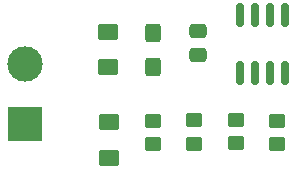
<source format=gbr>
%TF.GenerationSoftware,KiCad,Pcbnew,(6.0.10)*%
%TF.CreationDate,2023-02-16T14:22:03-08:00*%
%TF.ProjectId,Exercise 2,45786572-6369-4736-9520-322e6b696361,rev?*%
%TF.SameCoordinates,Original*%
%TF.FileFunction,Soldermask,Top*%
%TF.FilePolarity,Negative*%
%FSLAX46Y46*%
G04 Gerber Fmt 4.6, Leading zero omitted, Abs format (unit mm)*
G04 Created by KiCad (PCBNEW (6.0.10)) date 2023-02-16 14:22:03*
%MOMM*%
%LPD*%
G01*
G04 APERTURE LIST*
G04 Aperture macros list*
%AMRoundRect*
0 Rectangle with rounded corners*
0 $1 Rounding radius*
0 $2 $3 $4 $5 $6 $7 $8 $9 X,Y pos of 4 corners*
0 Add a 4 corners polygon primitive as box body*
4,1,4,$2,$3,$4,$5,$6,$7,$8,$9,$2,$3,0*
0 Add four circle primitives for the rounded corners*
1,1,$1+$1,$2,$3*
1,1,$1+$1,$4,$5*
1,1,$1+$1,$6,$7*
1,1,$1+$1,$8,$9*
0 Add four rect primitives between the rounded corners*
20,1,$1+$1,$2,$3,$4,$5,0*
20,1,$1+$1,$4,$5,$6,$7,0*
20,1,$1+$1,$6,$7,$8,$9,0*
20,1,$1+$1,$8,$9,$2,$3,0*%
G04 Aperture macros list end*
%ADD10RoundRect,0.250001X0.624999X-0.462499X0.624999X0.462499X-0.624999X0.462499X-0.624999X-0.462499X0*%
%ADD11RoundRect,0.250000X-0.450000X0.350000X-0.450000X-0.350000X0.450000X-0.350000X0.450000X0.350000X0*%
%ADD12RoundRect,0.250001X-0.624999X0.462499X-0.624999X-0.462499X0.624999X-0.462499X0.624999X0.462499X0*%
%ADD13RoundRect,0.250000X0.475000X-0.337500X0.475000X0.337500X-0.475000X0.337500X-0.475000X-0.337500X0*%
%ADD14RoundRect,0.150000X0.150000X-0.825000X0.150000X0.825000X-0.150000X0.825000X-0.150000X-0.825000X0*%
%ADD15RoundRect,0.250000X0.450000X-0.350000X0.450000X0.350000X-0.450000X0.350000X-0.450000X-0.350000X0*%
%ADD16RoundRect,0.250000X0.425000X-0.537500X0.425000X0.537500X-0.425000X0.537500X-0.425000X-0.537500X0*%
%ADD17R,3.000000X3.000000*%
%ADD18C,3.000000*%
G04 APERTURE END LIST*
D10*
%TO.C,D1*%
X190507363Y-85535093D03*
X190507363Y-82560093D03*
%TD*%
D11*
%TO.C,R3*%
X201263703Y-82344649D03*
X201263703Y-84344649D03*
%TD*%
D12*
%TO.C,D2*%
X190479835Y-74934655D03*
X190479835Y-77909655D03*
%TD*%
D13*
%TO.C,C2*%
X198042851Y-76866826D03*
X198042851Y-74791826D03*
%TD*%
D14*
%TO.C,U1*%
X201588524Y-78414441D03*
X202858524Y-78414441D03*
X204128524Y-78414441D03*
X205398524Y-78414441D03*
X205398524Y-73464441D03*
X204128524Y-73464441D03*
X202858524Y-73464441D03*
X201588524Y-73464441D03*
%TD*%
D15*
%TO.C,R4*%
X204732314Y-84427235D03*
X204732314Y-82427235D03*
%TD*%
D11*
%TO.C,R1*%
X194216368Y-82427235D03*
X194216368Y-84427235D03*
%TD*%
D15*
%TO.C,R2*%
X197740036Y-84372177D03*
X197740036Y-82372177D03*
%TD*%
D16*
%TO.C,C1*%
X194278790Y-77872547D03*
X194278790Y-74997547D03*
%TD*%
D17*
%TO.C,J1*%
X183397607Y-82726217D03*
D18*
X183397607Y-77646217D03*
%TD*%
M02*

</source>
